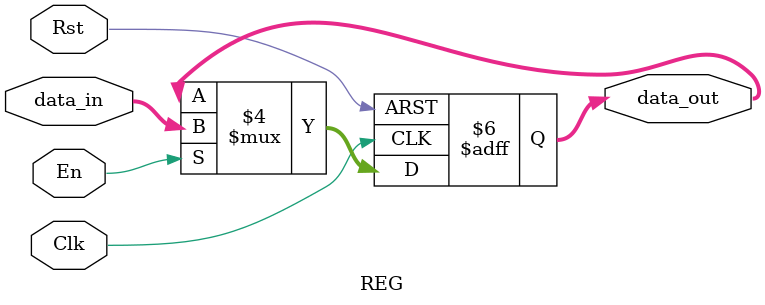
<source format=v>
module REG(data_out, data_in, Clk, Rst, En);
    parameter DATA_WIDTH = 32;

    input       Clk, Rst, En;
    input       [DATA_WIDTH - 1:0] data_in;

    output reg  [DATA_WIDTH - 1:0] data_out;

    always @ (posedge Clk or negedge Rst) begin
        if (!Rst) data_out <= 32'd0;
        else begin
            if (En) data_out <= data_in;
            else data_out <= data_out;
        end
    end
endmodule

</source>
